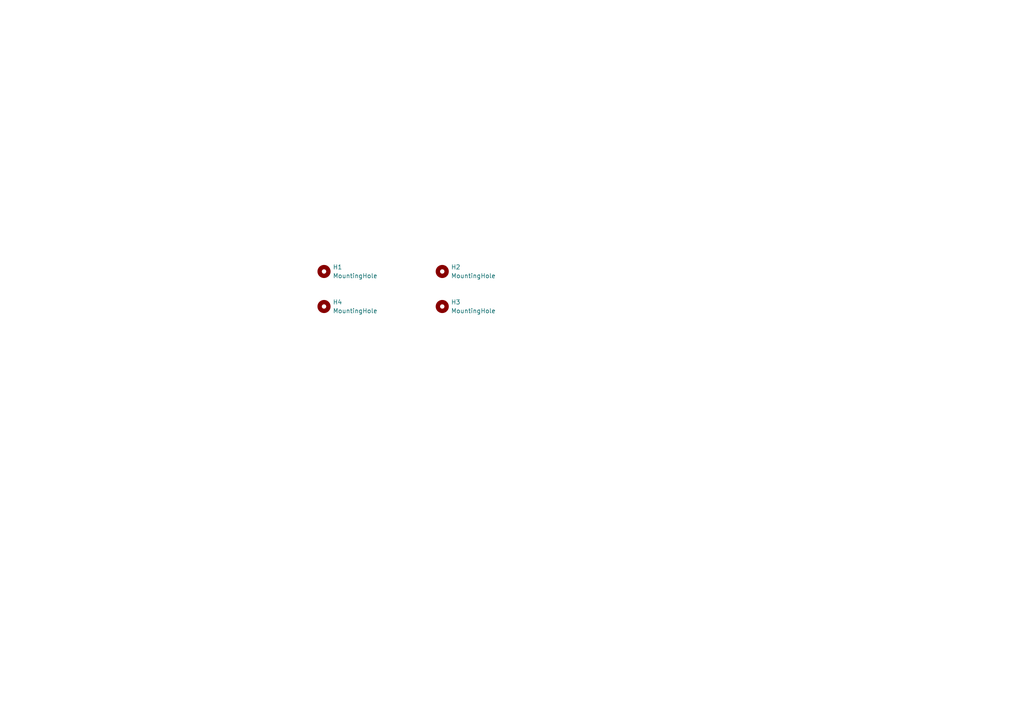
<source format=kicad_sch>
(kicad_sch (version 20231120) (generator "eeschema") (generator_version "8.0")
  (paper "A4")
  (lib_symbols
    (symbol "Mechanical:MountingHole" (pin_names (offset 1.016)) (exclude_from_sim yes) (in_bom no)
      (property "Reference" "H" (at 0 5.08 0))
      (property "Value" "MountingHole" (at 0 3.175 0))
      (symbol "MountingHole_0_1"
        (circle (center 0 0) (radius 1.27) (stroke (width 1.27)))
      )
    )
  )
  (symbol (lib_id "Mechanical:MountingHole") (at 128.27 88.9 0) (unit 1) (exclude_from_sim yes) (in_bom no)
    (property "Reference" "H3" (at 130.81 87.6299 0) (effects (justify left)))
    (property "Value" "MountingHole" (at 130.81 90.1699 0) (effects (justify left)))
    (property "Footprint" "MountingHole:MountingHole_2.2mm_M2_DIN965" (effects (hide yes)))
    (property "Description" "Mounting Hole without connection" (effects (hide yes)))
  )
  (symbol (lib_id "Mechanical:MountingHole") (at 93.98 78.74 0) (unit 1) (exclude_from_sim yes) (in_bom no)
    (property "Reference" "H1" (at 96.52 77.4699 0) (effects (justify left)))
    (property "Value" "MountingHole" (at 96.52 80.0099 0) (effects (justify left)))
    (property "Footprint" "MountingHole:MountingHole_2.2mm_M2_DIN965" (effects (hide yes)))
    (property "Description" "Mounting Hole without connection" (effects (hide yes)))
  )
  (symbol (lib_id "Mechanical:MountingHole") (at 128.27 78.74 0) (unit 1) (exclude_from_sim yes) (in_bom no)
    (property "Reference" "H2" (at 130.81 77.4699 0) (effects (justify left)))
    (property "Value" "MountingHole" (at 130.81 80.0099 0) (effects (justify left)))
    (property "Footprint" "MountingHole:MountingHole_2.2mm_M2_DIN965" (effects (hide yes)))
    (property "Description" "Mounting Hole without connection" (effects (hide yes)))
  )
  (symbol (lib_id "Mechanical:MountingHole") (at 93.98 88.9 0) (unit 1) (exclude_from_sim yes) (in_bom no)
    (property "Reference" "H4" (at 96.52 87.6299 0) (effects (justify left)))
    (property "Value" "MountingHole" (at 96.52 90.1699 0) (effects (justify left)))
    (property "Footprint" "MountingHole:MountingHole_2.2mm_M2_DIN965" (effects (hide yes)))
    (property "Description" "Mounting Hole without connection" (effects (hide yes)))
  )
)
</source>
